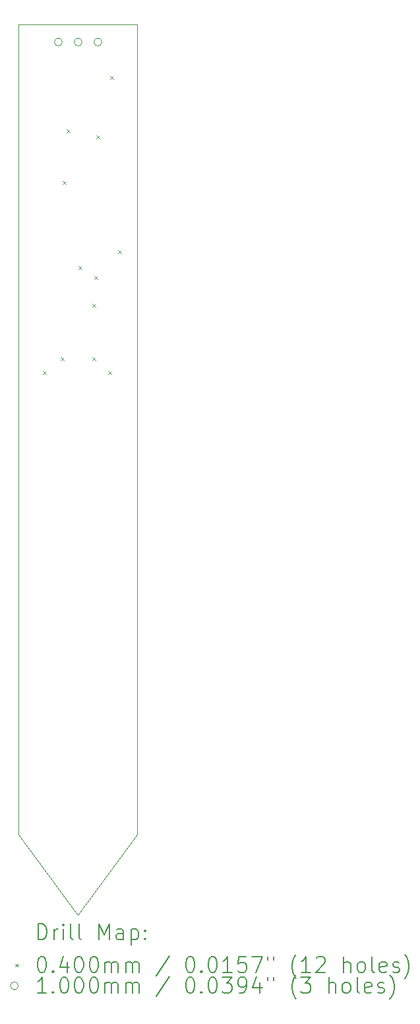
<source format=gbr>
%TF.GenerationSoftware,KiCad,Pcbnew,6.0.11-2627ca5db0~126~ubuntu20.04.1*%
%TF.CreationDate,2023-03-12T13:39:12+01:00*%
%TF.ProjectId,analog-moist-sensor,616e616c-6f67-42d6-9d6f-6973742d7365,rev?*%
%TF.SameCoordinates,Original*%
%TF.FileFunction,Drillmap*%
%TF.FilePolarity,Positive*%
%FSLAX45Y45*%
G04 Gerber Fmt 4.5, Leading zero omitted, Abs format (unit mm)*
G04 Created by KiCad (PCBNEW 6.0.11-2627ca5db0~126~ubuntu20.04.1) date 2023-03-12 13:39:12*
%MOMM*%
%LPD*%
G01*
G04 APERTURE LIST*
%ADD10C,0.100000*%
%ADD11C,0.200000*%
%ADD12C,0.040000*%
G04 APERTURE END LIST*
D10*
X9903200Y-2822529D02*
X11427200Y-2822529D01*
X9903200Y-3053529D02*
X9903200Y-2822529D01*
X11427200Y-3053529D02*
X11427200Y-2822529D01*
X11427200Y-3053529D02*
X11427200Y-3307529D01*
X9903200Y-3307529D02*
X9903200Y-3053529D01*
X11427200Y-7117529D02*
X11427200Y-13213529D01*
X9903200Y-13213529D02*
X9903200Y-7117529D01*
X10665200Y-14242229D02*
X11427200Y-13213529D01*
X9903200Y-13213529D02*
X10665200Y-14242229D01*
X11427200Y-3307529D02*
X11427200Y-7117529D01*
X9903200Y-7117529D02*
X9903200Y-3307529D01*
D11*
D12*
X10216200Y-7269800D02*
X10256200Y-7309800D01*
X10256200Y-7269800D02*
X10216200Y-7309800D01*
X10444800Y-7092000D02*
X10484800Y-7132000D01*
X10484800Y-7092000D02*
X10444800Y-7132000D01*
X10470200Y-4831400D02*
X10510200Y-4871400D01*
X10510200Y-4831400D02*
X10470200Y-4871400D01*
X10521000Y-4171000D02*
X10561000Y-4211000D01*
X10561000Y-4171000D02*
X10521000Y-4211000D01*
X10673400Y-5923600D02*
X10713400Y-5963600D01*
X10713400Y-5923600D02*
X10673400Y-5963600D01*
X10851200Y-6406200D02*
X10891200Y-6446200D01*
X10891200Y-6406200D02*
X10851200Y-6446200D01*
X10851200Y-7092000D02*
X10891200Y-7132000D01*
X10891200Y-7092000D02*
X10851200Y-7132000D01*
X10876600Y-6050600D02*
X10916600Y-6090600D01*
X10916600Y-6050600D02*
X10876600Y-6090600D01*
X10902000Y-4247200D02*
X10942000Y-4287200D01*
X10942000Y-4247200D02*
X10902000Y-4287200D01*
X11054400Y-7269800D02*
X11094400Y-7309800D01*
X11094400Y-7269800D02*
X11054400Y-7309800D01*
X11079800Y-3485200D02*
X11119800Y-3525200D01*
X11119800Y-3485200D02*
X11079800Y-3525200D01*
X11181400Y-5720400D02*
X11221400Y-5760400D01*
X11221400Y-5720400D02*
X11181400Y-5760400D01*
D10*
X10464000Y-3048000D02*
G75*
G03*
X10464000Y-3048000I-50000J0D01*
G01*
X10718000Y-3048000D02*
G75*
G03*
X10718000Y-3048000I-50000J0D01*
G01*
X10972000Y-3048000D02*
G75*
G03*
X10972000Y-3048000I-50000J0D01*
G01*
D11*
X10155819Y-14557705D02*
X10155819Y-14357705D01*
X10203438Y-14357705D01*
X10232010Y-14367229D01*
X10251057Y-14386276D01*
X10260581Y-14405324D01*
X10270105Y-14443419D01*
X10270105Y-14471990D01*
X10260581Y-14510086D01*
X10251057Y-14529133D01*
X10232010Y-14548181D01*
X10203438Y-14557705D01*
X10155819Y-14557705D01*
X10355819Y-14557705D02*
X10355819Y-14424371D01*
X10355819Y-14462467D02*
X10365343Y-14443419D01*
X10374867Y-14433895D01*
X10393914Y-14424371D01*
X10412962Y-14424371D01*
X10479629Y-14557705D02*
X10479629Y-14424371D01*
X10479629Y-14357705D02*
X10470105Y-14367229D01*
X10479629Y-14376752D01*
X10489152Y-14367229D01*
X10479629Y-14357705D01*
X10479629Y-14376752D01*
X10603438Y-14557705D02*
X10584390Y-14548181D01*
X10574867Y-14529133D01*
X10574867Y-14357705D01*
X10708200Y-14557705D02*
X10689152Y-14548181D01*
X10679629Y-14529133D01*
X10679629Y-14357705D01*
X10936771Y-14557705D02*
X10936771Y-14357705D01*
X11003438Y-14500562D01*
X11070105Y-14357705D01*
X11070105Y-14557705D01*
X11251057Y-14557705D02*
X11251057Y-14452943D01*
X11241533Y-14433895D01*
X11222486Y-14424371D01*
X11184390Y-14424371D01*
X11165343Y-14433895D01*
X11251057Y-14548181D02*
X11232009Y-14557705D01*
X11184390Y-14557705D01*
X11165343Y-14548181D01*
X11155819Y-14529133D01*
X11155819Y-14510086D01*
X11165343Y-14491038D01*
X11184390Y-14481514D01*
X11232009Y-14481514D01*
X11251057Y-14471990D01*
X11346295Y-14424371D02*
X11346295Y-14624371D01*
X11346295Y-14433895D02*
X11365343Y-14424371D01*
X11403438Y-14424371D01*
X11422486Y-14433895D01*
X11432009Y-14443419D01*
X11441533Y-14462467D01*
X11441533Y-14519609D01*
X11432009Y-14538657D01*
X11422486Y-14548181D01*
X11403438Y-14557705D01*
X11365343Y-14557705D01*
X11346295Y-14548181D01*
X11527248Y-14538657D02*
X11536771Y-14548181D01*
X11527248Y-14557705D01*
X11517724Y-14548181D01*
X11527248Y-14538657D01*
X11527248Y-14557705D01*
X11527248Y-14433895D02*
X11536771Y-14443419D01*
X11527248Y-14452943D01*
X11517724Y-14443419D01*
X11527248Y-14433895D01*
X11527248Y-14452943D01*
D12*
X9858200Y-14867229D02*
X9898200Y-14907229D01*
X9898200Y-14867229D02*
X9858200Y-14907229D01*
D11*
X10193914Y-14777705D02*
X10212962Y-14777705D01*
X10232010Y-14787229D01*
X10241533Y-14796752D01*
X10251057Y-14815800D01*
X10260581Y-14853895D01*
X10260581Y-14901514D01*
X10251057Y-14939609D01*
X10241533Y-14958657D01*
X10232010Y-14968181D01*
X10212962Y-14977705D01*
X10193914Y-14977705D01*
X10174867Y-14968181D01*
X10165343Y-14958657D01*
X10155819Y-14939609D01*
X10146295Y-14901514D01*
X10146295Y-14853895D01*
X10155819Y-14815800D01*
X10165343Y-14796752D01*
X10174867Y-14787229D01*
X10193914Y-14777705D01*
X10346295Y-14958657D02*
X10355819Y-14968181D01*
X10346295Y-14977705D01*
X10336771Y-14968181D01*
X10346295Y-14958657D01*
X10346295Y-14977705D01*
X10527248Y-14844371D02*
X10527248Y-14977705D01*
X10479629Y-14768181D02*
X10432010Y-14911038D01*
X10555819Y-14911038D01*
X10670105Y-14777705D02*
X10689152Y-14777705D01*
X10708200Y-14787229D01*
X10717724Y-14796752D01*
X10727248Y-14815800D01*
X10736771Y-14853895D01*
X10736771Y-14901514D01*
X10727248Y-14939609D01*
X10717724Y-14958657D01*
X10708200Y-14968181D01*
X10689152Y-14977705D01*
X10670105Y-14977705D01*
X10651057Y-14968181D01*
X10641533Y-14958657D01*
X10632010Y-14939609D01*
X10622486Y-14901514D01*
X10622486Y-14853895D01*
X10632010Y-14815800D01*
X10641533Y-14796752D01*
X10651057Y-14787229D01*
X10670105Y-14777705D01*
X10860581Y-14777705D02*
X10879629Y-14777705D01*
X10898676Y-14787229D01*
X10908200Y-14796752D01*
X10917724Y-14815800D01*
X10927248Y-14853895D01*
X10927248Y-14901514D01*
X10917724Y-14939609D01*
X10908200Y-14958657D01*
X10898676Y-14968181D01*
X10879629Y-14977705D01*
X10860581Y-14977705D01*
X10841533Y-14968181D01*
X10832010Y-14958657D01*
X10822486Y-14939609D01*
X10812962Y-14901514D01*
X10812962Y-14853895D01*
X10822486Y-14815800D01*
X10832010Y-14796752D01*
X10841533Y-14787229D01*
X10860581Y-14777705D01*
X11012962Y-14977705D02*
X11012962Y-14844371D01*
X11012962Y-14863419D02*
X11022486Y-14853895D01*
X11041533Y-14844371D01*
X11070105Y-14844371D01*
X11089152Y-14853895D01*
X11098676Y-14872943D01*
X11098676Y-14977705D01*
X11098676Y-14872943D02*
X11108200Y-14853895D01*
X11127248Y-14844371D01*
X11155819Y-14844371D01*
X11174867Y-14853895D01*
X11184390Y-14872943D01*
X11184390Y-14977705D01*
X11279628Y-14977705D02*
X11279628Y-14844371D01*
X11279628Y-14863419D02*
X11289152Y-14853895D01*
X11308200Y-14844371D01*
X11336771Y-14844371D01*
X11355819Y-14853895D01*
X11365343Y-14872943D01*
X11365343Y-14977705D01*
X11365343Y-14872943D02*
X11374867Y-14853895D01*
X11393914Y-14844371D01*
X11422486Y-14844371D01*
X11441533Y-14853895D01*
X11451057Y-14872943D01*
X11451057Y-14977705D01*
X11841533Y-14768181D02*
X11670105Y-15025324D01*
X12098676Y-14777705D02*
X12117724Y-14777705D01*
X12136771Y-14787229D01*
X12146295Y-14796752D01*
X12155819Y-14815800D01*
X12165343Y-14853895D01*
X12165343Y-14901514D01*
X12155819Y-14939609D01*
X12146295Y-14958657D01*
X12136771Y-14968181D01*
X12117724Y-14977705D01*
X12098676Y-14977705D01*
X12079628Y-14968181D01*
X12070105Y-14958657D01*
X12060581Y-14939609D01*
X12051057Y-14901514D01*
X12051057Y-14853895D01*
X12060581Y-14815800D01*
X12070105Y-14796752D01*
X12079628Y-14787229D01*
X12098676Y-14777705D01*
X12251057Y-14958657D02*
X12260581Y-14968181D01*
X12251057Y-14977705D01*
X12241533Y-14968181D01*
X12251057Y-14958657D01*
X12251057Y-14977705D01*
X12384390Y-14777705D02*
X12403438Y-14777705D01*
X12422486Y-14787229D01*
X12432009Y-14796752D01*
X12441533Y-14815800D01*
X12451057Y-14853895D01*
X12451057Y-14901514D01*
X12441533Y-14939609D01*
X12432009Y-14958657D01*
X12422486Y-14968181D01*
X12403438Y-14977705D01*
X12384390Y-14977705D01*
X12365343Y-14968181D01*
X12355819Y-14958657D01*
X12346295Y-14939609D01*
X12336771Y-14901514D01*
X12336771Y-14853895D01*
X12346295Y-14815800D01*
X12355819Y-14796752D01*
X12365343Y-14787229D01*
X12384390Y-14777705D01*
X12641533Y-14977705D02*
X12527248Y-14977705D01*
X12584390Y-14977705D02*
X12584390Y-14777705D01*
X12565343Y-14806276D01*
X12546295Y-14825324D01*
X12527248Y-14834848D01*
X12822486Y-14777705D02*
X12727248Y-14777705D01*
X12717724Y-14872943D01*
X12727248Y-14863419D01*
X12746295Y-14853895D01*
X12793914Y-14853895D01*
X12812962Y-14863419D01*
X12822486Y-14872943D01*
X12832009Y-14891990D01*
X12832009Y-14939609D01*
X12822486Y-14958657D01*
X12812962Y-14968181D01*
X12793914Y-14977705D01*
X12746295Y-14977705D01*
X12727248Y-14968181D01*
X12717724Y-14958657D01*
X12898676Y-14777705D02*
X13032009Y-14777705D01*
X12946295Y-14977705D01*
X13098676Y-14777705D02*
X13098676Y-14815800D01*
X13174867Y-14777705D02*
X13174867Y-14815800D01*
X13470105Y-15053895D02*
X13460581Y-15044371D01*
X13441533Y-15015800D01*
X13432009Y-14996752D01*
X13422486Y-14968181D01*
X13412962Y-14920562D01*
X13412962Y-14882467D01*
X13422486Y-14834848D01*
X13432009Y-14806276D01*
X13441533Y-14787229D01*
X13460581Y-14758657D01*
X13470105Y-14749133D01*
X13651057Y-14977705D02*
X13536771Y-14977705D01*
X13593914Y-14977705D02*
X13593914Y-14777705D01*
X13574867Y-14806276D01*
X13555819Y-14825324D01*
X13536771Y-14834848D01*
X13727248Y-14796752D02*
X13736771Y-14787229D01*
X13755819Y-14777705D01*
X13803438Y-14777705D01*
X13822486Y-14787229D01*
X13832009Y-14796752D01*
X13841533Y-14815800D01*
X13841533Y-14834848D01*
X13832009Y-14863419D01*
X13717724Y-14977705D01*
X13841533Y-14977705D01*
X14079628Y-14977705D02*
X14079628Y-14777705D01*
X14165343Y-14977705D02*
X14165343Y-14872943D01*
X14155819Y-14853895D01*
X14136771Y-14844371D01*
X14108200Y-14844371D01*
X14089152Y-14853895D01*
X14079628Y-14863419D01*
X14289152Y-14977705D02*
X14270105Y-14968181D01*
X14260581Y-14958657D01*
X14251057Y-14939609D01*
X14251057Y-14882467D01*
X14260581Y-14863419D01*
X14270105Y-14853895D01*
X14289152Y-14844371D01*
X14317724Y-14844371D01*
X14336771Y-14853895D01*
X14346295Y-14863419D01*
X14355819Y-14882467D01*
X14355819Y-14939609D01*
X14346295Y-14958657D01*
X14336771Y-14968181D01*
X14317724Y-14977705D01*
X14289152Y-14977705D01*
X14470105Y-14977705D02*
X14451057Y-14968181D01*
X14441533Y-14949133D01*
X14441533Y-14777705D01*
X14622486Y-14968181D02*
X14603438Y-14977705D01*
X14565343Y-14977705D01*
X14546295Y-14968181D01*
X14536771Y-14949133D01*
X14536771Y-14872943D01*
X14546295Y-14853895D01*
X14565343Y-14844371D01*
X14603438Y-14844371D01*
X14622486Y-14853895D01*
X14632009Y-14872943D01*
X14632009Y-14891990D01*
X14536771Y-14911038D01*
X14708200Y-14968181D02*
X14727248Y-14977705D01*
X14765343Y-14977705D01*
X14784390Y-14968181D01*
X14793914Y-14949133D01*
X14793914Y-14939609D01*
X14784390Y-14920562D01*
X14765343Y-14911038D01*
X14736771Y-14911038D01*
X14717724Y-14901514D01*
X14708200Y-14882467D01*
X14708200Y-14872943D01*
X14717724Y-14853895D01*
X14736771Y-14844371D01*
X14765343Y-14844371D01*
X14784390Y-14853895D01*
X14860581Y-15053895D02*
X14870105Y-15044371D01*
X14889152Y-15015800D01*
X14898676Y-14996752D01*
X14908200Y-14968181D01*
X14917724Y-14920562D01*
X14917724Y-14882467D01*
X14908200Y-14834848D01*
X14898676Y-14806276D01*
X14889152Y-14787229D01*
X14870105Y-14758657D01*
X14860581Y-14749133D01*
D10*
X9898200Y-15151229D02*
G75*
G03*
X9898200Y-15151229I-50000J0D01*
G01*
D11*
X10260581Y-15241705D02*
X10146295Y-15241705D01*
X10203438Y-15241705D02*
X10203438Y-15041705D01*
X10184390Y-15070276D01*
X10165343Y-15089324D01*
X10146295Y-15098848D01*
X10346295Y-15222657D02*
X10355819Y-15232181D01*
X10346295Y-15241705D01*
X10336771Y-15232181D01*
X10346295Y-15222657D01*
X10346295Y-15241705D01*
X10479629Y-15041705D02*
X10498676Y-15041705D01*
X10517724Y-15051229D01*
X10527248Y-15060752D01*
X10536771Y-15079800D01*
X10546295Y-15117895D01*
X10546295Y-15165514D01*
X10536771Y-15203609D01*
X10527248Y-15222657D01*
X10517724Y-15232181D01*
X10498676Y-15241705D01*
X10479629Y-15241705D01*
X10460581Y-15232181D01*
X10451057Y-15222657D01*
X10441533Y-15203609D01*
X10432010Y-15165514D01*
X10432010Y-15117895D01*
X10441533Y-15079800D01*
X10451057Y-15060752D01*
X10460581Y-15051229D01*
X10479629Y-15041705D01*
X10670105Y-15041705D02*
X10689152Y-15041705D01*
X10708200Y-15051229D01*
X10717724Y-15060752D01*
X10727248Y-15079800D01*
X10736771Y-15117895D01*
X10736771Y-15165514D01*
X10727248Y-15203609D01*
X10717724Y-15222657D01*
X10708200Y-15232181D01*
X10689152Y-15241705D01*
X10670105Y-15241705D01*
X10651057Y-15232181D01*
X10641533Y-15222657D01*
X10632010Y-15203609D01*
X10622486Y-15165514D01*
X10622486Y-15117895D01*
X10632010Y-15079800D01*
X10641533Y-15060752D01*
X10651057Y-15051229D01*
X10670105Y-15041705D01*
X10860581Y-15041705D02*
X10879629Y-15041705D01*
X10898676Y-15051229D01*
X10908200Y-15060752D01*
X10917724Y-15079800D01*
X10927248Y-15117895D01*
X10927248Y-15165514D01*
X10917724Y-15203609D01*
X10908200Y-15222657D01*
X10898676Y-15232181D01*
X10879629Y-15241705D01*
X10860581Y-15241705D01*
X10841533Y-15232181D01*
X10832010Y-15222657D01*
X10822486Y-15203609D01*
X10812962Y-15165514D01*
X10812962Y-15117895D01*
X10822486Y-15079800D01*
X10832010Y-15060752D01*
X10841533Y-15051229D01*
X10860581Y-15041705D01*
X11012962Y-15241705D02*
X11012962Y-15108371D01*
X11012962Y-15127419D02*
X11022486Y-15117895D01*
X11041533Y-15108371D01*
X11070105Y-15108371D01*
X11089152Y-15117895D01*
X11098676Y-15136943D01*
X11098676Y-15241705D01*
X11098676Y-15136943D02*
X11108200Y-15117895D01*
X11127248Y-15108371D01*
X11155819Y-15108371D01*
X11174867Y-15117895D01*
X11184390Y-15136943D01*
X11184390Y-15241705D01*
X11279628Y-15241705D02*
X11279628Y-15108371D01*
X11279628Y-15127419D02*
X11289152Y-15117895D01*
X11308200Y-15108371D01*
X11336771Y-15108371D01*
X11355819Y-15117895D01*
X11365343Y-15136943D01*
X11365343Y-15241705D01*
X11365343Y-15136943D02*
X11374867Y-15117895D01*
X11393914Y-15108371D01*
X11422486Y-15108371D01*
X11441533Y-15117895D01*
X11451057Y-15136943D01*
X11451057Y-15241705D01*
X11841533Y-15032181D02*
X11670105Y-15289324D01*
X12098676Y-15041705D02*
X12117724Y-15041705D01*
X12136771Y-15051229D01*
X12146295Y-15060752D01*
X12155819Y-15079800D01*
X12165343Y-15117895D01*
X12165343Y-15165514D01*
X12155819Y-15203609D01*
X12146295Y-15222657D01*
X12136771Y-15232181D01*
X12117724Y-15241705D01*
X12098676Y-15241705D01*
X12079628Y-15232181D01*
X12070105Y-15222657D01*
X12060581Y-15203609D01*
X12051057Y-15165514D01*
X12051057Y-15117895D01*
X12060581Y-15079800D01*
X12070105Y-15060752D01*
X12079628Y-15051229D01*
X12098676Y-15041705D01*
X12251057Y-15222657D02*
X12260581Y-15232181D01*
X12251057Y-15241705D01*
X12241533Y-15232181D01*
X12251057Y-15222657D01*
X12251057Y-15241705D01*
X12384390Y-15041705D02*
X12403438Y-15041705D01*
X12422486Y-15051229D01*
X12432009Y-15060752D01*
X12441533Y-15079800D01*
X12451057Y-15117895D01*
X12451057Y-15165514D01*
X12441533Y-15203609D01*
X12432009Y-15222657D01*
X12422486Y-15232181D01*
X12403438Y-15241705D01*
X12384390Y-15241705D01*
X12365343Y-15232181D01*
X12355819Y-15222657D01*
X12346295Y-15203609D01*
X12336771Y-15165514D01*
X12336771Y-15117895D01*
X12346295Y-15079800D01*
X12355819Y-15060752D01*
X12365343Y-15051229D01*
X12384390Y-15041705D01*
X12517724Y-15041705D02*
X12641533Y-15041705D01*
X12574867Y-15117895D01*
X12603438Y-15117895D01*
X12622486Y-15127419D01*
X12632009Y-15136943D01*
X12641533Y-15155990D01*
X12641533Y-15203609D01*
X12632009Y-15222657D01*
X12622486Y-15232181D01*
X12603438Y-15241705D01*
X12546295Y-15241705D01*
X12527248Y-15232181D01*
X12517724Y-15222657D01*
X12736771Y-15241705D02*
X12774867Y-15241705D01*
X12793914Y-15232181D01*
X12803438Y-15222657D01*
X12822486Y-15194086D01*
X12832009Y-15155990D01*
X12832009Y-15079800D01*
X12822486Y-15060752D01*
X12812962Y-15051229D01*
X12793914Y-15041705D01*
X12755819Y-15041705D01*
X12736771Y-15051229D01*
X12727248Y-15060752D01*
X12717724Y-15079800D01*
X12717724Y-15127419D01*
X12727248Y-15146467D01*
X12736771Y-15155990D01*
X12755819Y-15165514D01*
X12793914Y-15165514D01*
X12812962Y-15155990D01*
X12822486Y-15146467D01*
X12832009Y-15127419D01*
X13003438Y-15108371D02*
X13003438Y-15241705D01*
X12955819Y-15032181D02*
X12908200Y-15175038D01*
X13032009Y-15175038D01*
X13098676Y-15041705D02*
X13098676Y-15079800D01*
X13174867Y-15041705D02*
X13174867Y-15079800D01*
X13470105Y-15317895D02*
X13460581Y-15308371D01*
X13441533Y-15279800D01*
X13432009Y-15260752D01*
X13422486Y-15232181D01*
X13412962Y-15184562D01*
X13412962Y-15146467D01*
X13422486Y-15098848D01*
X13432009Y-15070276D01*
X13441533Y-15051229D01*
X13460581Y-15022657D01*
X13470105Y-15013133D01*
X13527248Y-15041705D02*
X13651057Y-15041705D01*
X13584390Y-15117895D01*
X13612962Y-15117895D01*
X13632009Y-15127419D01*
X13641533Y-15136943D01*
X13651057Y-15155990D01*
X13651057Y-15203609D01*
X13641533Y-15222657D01*
X13632009Y-15232181D01*
X13612962Y-15241705D01*
X13555819Y-15241705D01*
X13536771Y-15232181D01*
X13527248Y-15222657D01*
X13889152Y-15241705D02*
X13889152Y-15041705D01*
X13974867Y-15241705D02*
X13974867Y-15136943D01*
X13965343Y-15117895D01*
X13946295Y-15108371D01*
X13917724Y-15108371D01*
X13898676Y-15117895D01*
X13889152Y-15127419D01*
X14098676Y-15241705D02*
X14079628Y-15232181D01*
X14070105Y-15222657D01*
X14060581Y-15203609D01*
X14060581Y-15146467D01*
X14070105Y-15127419D01*
X14079628Y-15117895D01*
X14098676Y-15108371D01*
X14127248Y-15108371D01*
X14146295Y-15117895D01*
X14155819Y-15127419D01*
X14165343Y-15146467D01*
X14165343Y-15203609D01*
X14155819Y-15222657D01*
X14146295Y-15232181D01*
X14127248Y-15241705D01*
X14098676Y-15241705D01*
X14279628Y-15241705D02*
X14260581Y-15232181D01*
X14251057Y-15213133D01*
X14251057Y-15041705D01*
X14432009Y-15232181D02*
X14412962Y-15241705D01*
X14374867Y-15241705D01*
X14355819Y-15232181D01*
X14346295Y-15213133D01*
X14346295Y-15136943D01*
X14355819Y-15117895D01*
X14374867Y-15108371D01*
X14412962Y-15108371D01*
X14432009Y-15117895D01*
X14441533Y-15136943D01*
X14441533Y-15155990D01*
X14346295Y-15175038D01*
X14517724Y-15232181D02*
X14536771Y-15241705D01*
X14574867Y-15241705D01*
X14593914Y-15232181D01*
X14603438Y-15213133D01*
X14603438Y-15203609D01*
X14593914Y-15184562D01*
X14574867Y-15175038D01*
X14546295Y-15175038D01*
X14527248Y-15165514D01*
X14517724Y-15146467D01*
X14517724Y-15136943D01*
X14527248Y-15117895D01*
X14546295Y-15108371D01*
X14574867Y-15108371D01*
X14593914Y-15117895D01*
X14670105Y-15317895D02*
X14679628Y-15308371D01*
X14698676Y-15279800D01*
X14708200Y-15260752D01*
X14717724Y-15232181D01*
X14727248Y-15184562D01*
X14727248Y-15146467D01*
X14717724Y-15098848D01*
X14708200Y-15070276D01*
X14698676Y-15051229D01*
X14679628Y-15022657D01*
X14670105Y-15013133D01*
M02*

</source>
